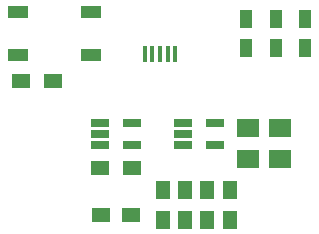
<source format=gbp>
G04 #@! TF.FileFunction,Paste,Bot*
%FSLAX46Y46*%
G04 Gerber Fmt 4.6, Leading zero omitted, Abs format (unit mm)*
G04 Created by KiCad (PCBNEW 4.0.6) date 11/07/17 14:14:17*
%MOMM*%
%LPD*%
G01*
G04 APERTURE LIST*
%ADD10C,0.100000*%
%ADD11R,1.250000X1.500000*%
%ADD12R,1.500000X1.250000*%
%ADD13R,0.400000X1.350000*%
%ADD14R,1.500000X1.300000*%
%ADD15R,1.800000X1.100000*%
%ADD16R,1.560000X0.650000*%
%ADD17R,1.950000X1.500000*%
%ADD18R,1.000000X1.600000*%
G04 APERTURE END LIST*
D10*
D11*
X149300000Y-69250000D03*
X149300000Y-71750000D03*
X147446197Y-69247797D03*
X147446197Y-71747797D03*
X151200000Y-69250000D03*
X151200000Y-71750000D03*
X153100000Y-69250000D03*
X153100000Y-71750000D03*
D12*
X142250000Y-71400000D03*
X144750000Y-71400000D03*
D13*
X145900000Y-57750000D03*
X146550000Y-57750000D03*
X147200000Y-57750000D03*
X147850000Y-57750000D03*
X148500000Y-57750000D03*
D14*
X138150000Y-60000000D03*
X135450000Y-60000000D03*
X142150000Y-67400000D03*
X144850000Y-67400000D03*
D15*
X135200000Y-57850000D03*
X141400000Y-57850000D03*
X135200000Y-54150000D03*
X141400000Y-54150000D03*
D16*
X142150000Y-65450000D03*
X142150000Y-64500000D03*
X142150000Y-63550000D03*
X144850000Y-63550000D03*
X144850000Y-65450000D03*
X149150000Y-65450000D03*
X149150000Y-64500000D03*
X149150000Y-63550000D03*
X151850000Y-63550000D03*
X151850000Y-65450000D03*
D17*
X154625000Y-64000000D03*
X157375000Y-64000000D03*
X154625000Y-66600000D03*
X157375000Y-66600000D03*
D18*
X159500000Y-57200000D03*
X157000000Y-57200000D03*
X154500000Y-57200000D03*
X159500000Y-54800000D03*
X154500000Y-54800000D03*
X157000000Y-54800000D03*
M02*

</source>
